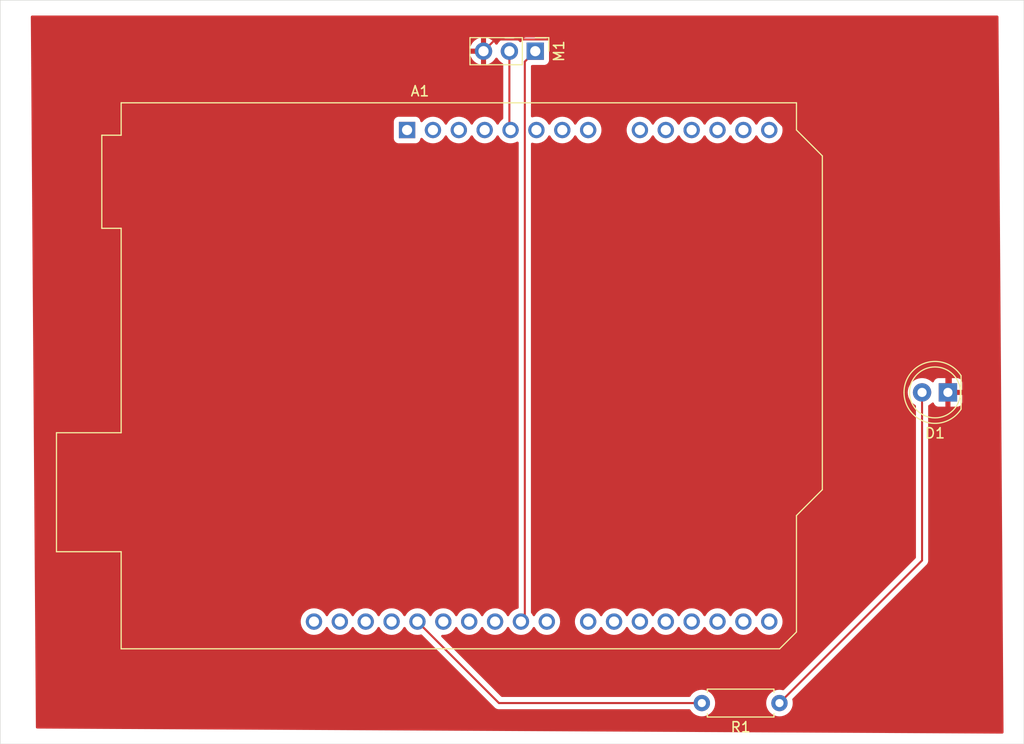
<source format=kicad_pcb>
(kicad_pcb (version 20240108) (generator "pcbnew") (generator_version "8.0")
  (layers (0 "F.Cu" signal) (31 "B.Cu" signal) (34 "B.Paste" user) (35 "F.Paste" user) (36 "B.SilkS" user "B.Silkscreen") (37 "F.SilkS" user "F.Silkscreen") (38 "B.Mask" user) (39 "F.Mask" user) (44 "Edge.Cuts" user))
  (net 0 "")
  (net 12 "Net-(A1-+5V)")
  (net 14 "Net-(A1-D13)")
  (net 22 "Net-(A1-D9)")
  (net 33 "Net-(D1-A)")
  (net 34 "GND")
  (footprint "Connector_PinHeader_2.54mm:PinHeader_1x03_P2.54mm_Vertical" (layer "F.Cu") (at 152.025 55 -90)
    (property "Reference" "M1" (at 0 -2.33 90) (layer "F.SilkS"))
    (property "Value" "Motor_Servo")
    (fp_line (start -1.33 6.41) (end 1.33 6.41) (stroke (width 0.12)) (layer "F.SilkS"))
    (fp_line (start -1.33 1.27) (end -1.33 6.41) (stroke (width 0.12)) (layer "F.SilkS"))
    (fp_line (start -1.33 1.27) (end 1.33 1.27) (stroke (width 0.12)) (layer "F.SilkS"))
    (fp_line (start 1.33 1.27) (end 1.33 6.41) (stroke (width 0.12)) (layer "F.SilkS"))
    (fp_line (start -1.33 0) (end -1.33 -1.33) (stroke (width 0.12)) (layer "F.SilkS"))
    (fp_line (start -1.33 -1.33) (end 0 -1.33) (stroke (width 0.12)) (layer "F.SilkS"))
    (pad "1" thru_hole rect (at 0 0 270) (size 1.7 1.7) (drill 1) (layers "*.Cu" "*.Mask") (net 22 "Net-(A1-D9)"))
    (pad "2" thru_hole oval (at 0 2.54 270) (size 1.7 1.7) (drill 1) (layers "*.Cu" "*.Mask") (net 12 "Net-(A1-+5V)"))
    (pad "3" thru_hole oval (at 0 5.08 270) (size 1.7 1.7) (drill 1) (layers "*.Cu" "*.Mask") (net 34 "GND"))
  )
  (footprint "Module:Arduino_UNO_R3" (layer "F.Cu") (at 139.44 62.74)
    (property "Reference" "A1" (at 1.27 -3.81 180) (layer "F.SilkS"))
    (property "Value" "Arduino_UNO_R3")
    (fp_line (start -34.42 29.72) (end -34.42 41.4) (stroke (width 0.12)) (layer "F.SilkS"))
    (fp_line (start -34.42 41.4) (end -28.07 41.4) (stroke (width 0.12)) (layer "F.SilkS"))
    (fp_line (start -29.97 0.51) (end -29.97 9.65) (stroke (width 0.12)) (layer "F.SilkS"))
    (fp_line (start -29.97 9.65) (end -28.07 9.65) (stroke (width 0.12)) (layer "F.SilkS"))
    (fp_line (start -28.07 -2.67) (end -28.07 0.51) (stroke (width 0.12)) (layer "F.SilkS"))
    (fp_line (start -28.07 0.51) (end -29.97 0.51) (stroke (width 0.12)) (layer "F.SilkS"))
    (fp_line (start -28.07 9.65) (end -28.07 29.72) (stroke (width 0.12)) (layer "F.SilkS"))
    (fp_line (start -28.07 29.72) (end -34.42 29.72) (stroke (width 0.12)) (layer "F.SilkS"))
    (fp_line (start -28.07 41.4) (end -28.07 50.93) (stroke (width 0.12)) (layer "F.SilkS"))
    (fp_line (start -28.07 50.93) (end 36.58 50.93) (stroke (width 0.12)) (layer "F.SilkS"))
    (fp_line (start 36.58 50.93) (end 38.23 49.28) (stroke (width 0.12)) (layer "F.SilkS"))
    (fp_line (start 38.23 -2.67) (end -28.07 -2.67) (stroke (width 0.12)) (layer "F.SilkS"))
    (fp_line (start 38.23 0) (end 38.23 -2.67) (stroke (width 0.12)) (layer "F.SilkS"))
    (fp_line (start 38.23 37.85) (end 40.77 35.31) (stroke (width 0.12)) (layer "F.SilkS"))
    (fp_line (start 38.23 49.28) (end 38.23 37.85) (stroke (width 0.12)) (layer "F.SilkS"))
    (fp_line (start 40.77 2.54) (end 38.23 0) (stroke (width 0.12)) (layer "F.SilkS"))
    (fp_line (start 40.77 35.31) (end 40.77 2.54) (stroke (width 0.12)) (layer "F.SilkS"))
    (pad "1" thru_hole rect (at 0 0 90) (size 1.6 1.6) (drill 1) (layers "*.Cu" "*.Mask"))
    (pad "2" thru_hole oval (at 2.54 0 90) (size 1.6 1.6) (drill 1) (layers "*.Cu" "*.Mask"))
    (pad "3" thru_hole oval (at 5.08 0 90) (size 1.6 1.6) (drill 1) (layers "*.Cu" "*.Mask"))
    (pad "4" thru_hole oval (at 7.62 0 90) (size 1.6 1.6) (drill 1) (layers "*.Cu" "*.Mask"))
    (pad "5" thru_hole oval (at 10.16 0 90) (size 1.6 1.6) (drill 1) (layers "*.Cu" "*.Mask") (net 12 "Net-(A1-+5V)"))
    (pad "6" thru_hole oval (at 12.7 0 90) (size 1.6 1.6) (drill 1) (layers "*.Cu" "*.Mask"))
    (pad "7" thru_hole oval (at 15.24 0 90) (size 1.6 1.6) (drill 1) (layers "*.Cu" "*.Mask"))
    (pad "8" thru_hole oval (at 17.78 0 90) (size 1.6 1.6) (drill 1) (layers "*.Cu" "*.Mask"))
    (pad "9" thru_hole oval (at 22.86 0 90) (size 1.6 1.6) (drill 1) (layers "*.Cu" "*.Mask"))
    (pad "10" thru_hole oval (at 25.4 0 90) (size 1.6 1.6) (drill 1) (layers "*.Cu" "*.Mask"))
    (pad "11" thru_hole oval (at 27.94 0 90) (size 1.6 1.6) (drill 1) (layers "*.Cu" "*.Mask"))
    (pad "12" thru_hole oval (at 30.48 0 90) (size 1.6 1.6) (drill 1) (layers "*.Cu" "*.Mask"))
    (pad "13" thru_hole oval (at 33.02 0 90) (size 1.6 1.6) (drill 1) (layers "*.Cu" "*.Mask"))
    (pad "14" thru_hole oval (at 35.56 0 90) (size 1.6 1.6) (drill 1) (layers "*.Cu" "*.Mask"))
    (pad "15" thru_hole oval (at 35.56 48.26 90) (size 1.6 1.6) (drill 1) (layers "*.Cu" "*.Mask"))
    (pad "16" thru_hole oval (at 33.02 48.26 90) (size 1.6 1.6) (drill 1) (layers "*.Cu" "*.Mask"))
    (pad "17" thru_hole oval (at 30.48 48.26 90) (size 1.6 1.6) (drill 1) (layers "*.Cu" "*.Mask"))
    (pad "18" thru_hole oval (at 27.94 48.26 90) (size 1.6 1.6) (drill 1) (layers "*.Cu" "*.Mask"))
    (pad "19" thru_hole oval (at 25.4 48.26 90) (size 1.6 1.6) (drill 1) (layers "*.Cu" "*.Mask"))
    (pad "20" thru_hole oval (at 22.86 48.26 90) (size 1.6 1.6) (drill 1) (layers "*.Cu" "*.Mask"))
    (pad "21" thru_hole oval (at 20.32 48.26 90) (size 1.6 1.6) (drill 1) (layers "*.Cu" "*.Mask"))
    (pad "22" thru_hole oval (at 17.78 48.26 90) (size 1.6 1.6) (drill 1) (layers "*.Cu" "*.Mask"))
    (pad "23" thru_hole oval (at 13.72 48.26 90) (size 1.6 1.6) (drill 1) (layers "*.Cu" "*.Mask"))
    (pad "24" thru_hole oval (at 11.18 48.26 90) (size 1.6 1.6) (drill 1) (layers "*.Cu" "*.Mask") (net 22 "Net-(A1-D9)"))
    (pad "25" thru_hole oval (at 8.64 48.26 90) (size 1.6 1.6) (drill 1) (layers "*.Cu" "*.Mask"))
    (pad "26" thru_hole oval (at 6.1 48.26 90) (size 1.6 1.6) (drill 1) (layers "*.Cu" "*.Mask"))
    (pad "27" thru_hole oval (at 3.56 48.26 90) (size 1.6 1.6) (drill 1) (layers "*.Cu" "*.Mask"))
    (pad "28" thru_hole oval (at 1.02 48.26 90) (size 1.6 1.6) (drill 1) (layers "*.Cu" "*.Mask") (net 14 "Net-(A1-D13)"))
    (pad "29" thru_hole oval (at -1.52 48.26 90) (size 1.6 1.6) (drill 1) (layers "*.Cu" "*.Mask"))
    (pad "30" thru_hole oval (at -4.06 48.26 90) (size 1.6 1.6) (drill 1) (layers "*.Cu" "*.Mask"))
    (pad "31" thru_hole oval (at -6.6 48.26 90) (size 1.6 1.6) (drill 1) (layers "*.Cu" "*.Mask"))
    (pad "32" thru_hole oval (at -9.14 48.26 90) (size 1.6 1.6) (drill 1) (layers "*.Cu" "*.Mask"))
  )
  (footprint "LED_THT:LED_D5.0mm_FlatTop" (layer "F.Cu") (at 192.54 88.5 180)
    (property "Reference" "D1" (at 1.27 -4.01 0) (layer "F.SilkS"))
    (property "Value" "LED")
    (fp_line (start -1.29 -1.64) (end -1.29 1.64) (stroke (width 0.12)) (layer "F.SilkS"))
    (fp_arc (start 4.31 0.000051) (mid 2.124142 2.91754) (end -1.29 1.639512) (stroke (width 0.12)) (layer "F.SilkS"))
    (fp_arc (start -1.29 -1.639512) (mid 2.124142 -2.91754) (end 4.31 -0.000051) (stroke (width 0.12)) (layer "F.SilkS"))
    (fp_circle (center 1.27 0) (end 3.77 0) (stroke (width 0.12)) (fill none) (layer "F.SilkS"))
    (pad "1" thru_hole rect (at 0 0 180) (size 1.8 1.8) (drill 0.9) (layers "*.Cu" "*.Mask") (net 34 "GND"))
    (pad "2" thru_hole circle (at 2.54 0 180) (size 1.8 1.8) (drill 0.9) (layers "*.Cu" "*.Mask") (net 33 "Net-(D1-A)"))
  )
  (footprint "Resistor_THT:R_Axial_DIN0207_L6.3mm_D2.5mm_P7.62mm_Horizontal" (layer "F.Cu") (at 176 119 180)
    (property "Reference" "R1" (at 3.81 -2.37 0) (layer "F.SilkS"))
    (property "Value" "220")
    (fp_line (start 7.08 1.37) (end 7.08 1.04) (stroke (width 0.12)) (layer "F.SilkS"))
    (fp_line (start 7.08 -1.37) (end 7.08 -1.04) (stroke (width 0.12)) (layer "F.SilkS"))
    (fp_line (start 0.54 1.37) (end 7.08 1.37) (stroke (width 0.12)) (layer "F.SilkS"))
    (fp_line (start 0.54 1.04) (end 0.54 1.37) (stroke (width 0.12)) (layer "F.SilkS"))
    (fp_line (start 0.54 -1.04) (end 0.54 -1.37) (stroke (width 0.12)) (layer "F.SilkS"))
    (fp_line (start 0.54 -1.37) (end 7.08 -1.37) (stroke (width 0.12)) (layer "F.SilkS"))
    (pad "1" thru_hole circle (at 0 0 180) (size 1.6 1.6) (drill 0.8) (layers "*.Cu" "*.Mask") (net 33 "Net-(D1-A)"))
    (pad "2" thru_hole oval (at 7.62 0 180) (size 1.6 1.6) (drill 0.8) (layers "*.Cu" "*.Mask") (net 14 "Net-(A1-D13)"))
  )
  (gr_rect (start 99.5 50) (end 200 123) (stroke (width 0.05)) (fill none) (layer "Edge.Cuts"))
  (segment (start 149.485 55) (end 149.485 62.625) (width 0.2) (layer "F.Cu") (net 12))
  (segment (start 149.485 62.625) (end 149.6 62.74) (width 0.2) (layer "F.Cu") (net 12))
  (segment (start 148.46 119) (end 140.46 111) (width 0.2) (layer "F.Cu") (net 14))
  (segment (start 168.38 119) (end 148.46 119) (width 0.2) (layer "F.Cu") (net 14))
  (segment (start 152.025 55) (end 151 56.025) (width 0.2) (layer "F.Cu") (net 22))
  (segment (start 151 110.62) (end 150.62 111) (width 0.2) (layer "F.Cu") (net 22))
  (segment (start 151 56.025) (end 151 110.62) (width 0.2) (layer "F.Cu") (net 22))
  (segment (start 176 119) (end 190 105) (width 0.2) (layer "F.Cu") (net 33))
  (segment (start 190 105) (end 190 88.5) (width 0.2) (layer "F.Cu") (net 33))
  (segment (start 167.85 53.85) (end 192.822843 78.822843) (width 0.2) (layer "F.Cu") (net 34))
  (segment (start 146.945 55) (end 148.095 53.85) (width 0.2) (layer "F.Cu") (net 34))
  (segment (start 192.822843 78.822843) (end 192.822843 88.217157) (width 0.2) (layer "F.Cu") (net 34))
  (segment (start 148.095 53.85) (end 167.85 53.85) (width 0.2) (layer "F.Cu") (net 34))
  (zone (net 34) (net_name "GND") (layer "F.Cu") (connect_pads (clearance 0.5)) (min_thickness 0.25) (fill yes (thermal_gap 0.5) (thermal_bridge_width 0.5))
    (polygon (pts (xy 197.5 51.5) (xy 198 122) (xy 103 121.5) (xy 102.5 51.5)))
  )
)
</source>
